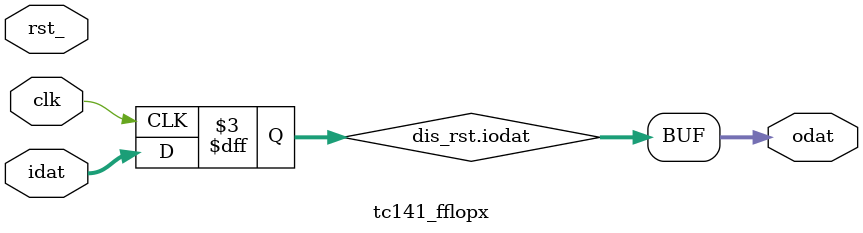
<source format=v>

module tc141_fflopx
    (
     clk,
     rst_,
     idat,
     odat
     );

parameter WIDTH = 8;
parameter RESET_VALUE = {WIDTH{1'b0}};
parameter RESET_ENB   = 0;

input   clk, rst_;

input  [WIDTH-1:0] idat;

output [WIDTH-1:0] odat;
//reg    [WIDTH-1:0] odat = RESET_VALUE;

generate
if(RESET_ENB==1)
    begin : enb_rst
    (* keep = "true" *)reg    [WIDTH-1:0] iodat = RESET_VALUE;
    assign             odat = iodat;
    
    always @ (posedge clk or posedge rst_)
        begin
        if(rst_)iodat <= RESET_VALUE;
        else    iodat <= idat;
        end
    end
else
    begin : dis_rst
    (* keep = "true" *)reg    [WIDTH-1:0] iodat = RESET_VALUE;
    assign             odat = iodat;
    
    always @ (posedge clk)
        begin
        iodat <= idat;
        end
    end
endgenerate

endmodule

</source>
